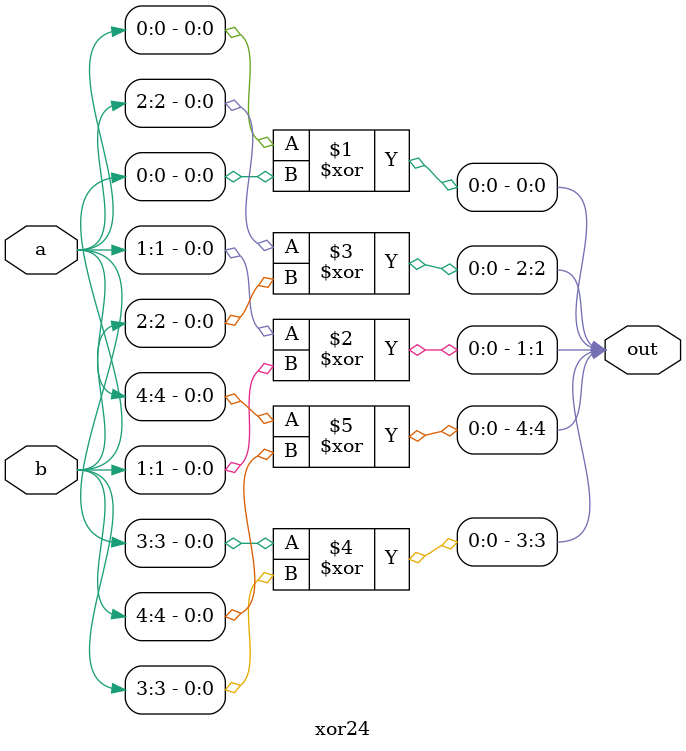
<source format=v>
module xor24 (
    input wire [4:0] a,
    input wire [4:0] b,
    output wire [4:0] out
);

assign out = ( { (a[4] ^ b[4]),(a[3] ^ b[3]), (a[2] ^ b[2]), (a[1] ^ b[1]), (a[0] ^ b[0])} );

endmodule

</source>
